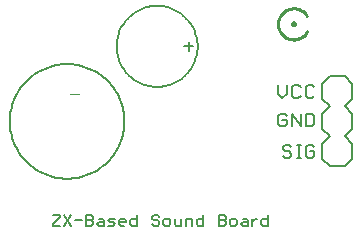
<source format=gto>
G75*
G70*
%OFA0B0*%
%FSLAX24Y24*%
%IPPOS*%
%LPD*%
%AMOC8*
5,1,8,0,0,1.08239X$1,22.5*
%
%ADD10C,0.0080*%
%ADD11C,0.0060*%
%ADD12C,0.0100*%
%ADD13C,0.0040*%
D10*
X006924Y004225D02*
X006926Y004319D01*
X006933Y004412D01*
X006945Y004505D01*
X006961Y004597D01*
X006981Y004689D01*
X007006Y004779D01*
X007036Y004868D01*
X007069Y004956D01*
X007107Y005041D01*
X007149Y005125D01*
X007196Y005206D01*
X007246Y005286D01*
X007300Y005362D01*
X007357Y005436D01*
X007419Y005507D01*
X007483Y005575D01*
X007551Y005639D01*
X007622Y005701D01*
X007696Y005758D01*
X007772Y005812D01*
X007852Y005862D01*
X007933Y005909D01*
X008017Y005951D01*
X008102Y005989D01*
X008190Y006022D01*
X008279Y006052D01*
X008369Y006077D01*
X008461Y006097D01*
X008553Y006113D01*
X008646Y006125D01*
X008739Y006132D01*
X008833Y006134D01*
X008927Y006132D01*
X009020Y006125D01*
X009113Y006113D01*
X009205Y006097D01*
X009297Y006077D01*
X009387Y006052D01*
X009476Y006022D01*
X009564Y005989D01*
X009649Y005951D01*
X009733Y005909D01*
X009814Y005862D01*
X009894Y005812D01*
X009970Y005758D01*
X010044Y005701D01*
X010115Y005639D01*
X010183Y005575D01*
X010247Y005507D01*
X010309Y005436D01*
X010366Y005362D01*
X010420Y005286D01*
X010470Y005206D01*
X010517Y005125D01*
X010559Y005041D01*
X010597Y004956D01*
X010630Y004868D01*
X010660Y004779D01*
X010685Y004689D01*
X010705Y004597D01*
X010721Y004505D01*
X010733Y004412D01*
X010740Y004319D01*
X010742Y004225D01*
X010740Y004131D01*
X010733Y004038D01*
X010721Y003945D01*
X010705Y003853D01*
X010685Y003761D01*
X010660Y003671D01*
X010630Y003582D01*
X010597Y003494D01*
X010559Y003409D01*
X010517Y003325D01*
X010470Y003244D01*
X010420Y003164D01*
X010366Y003088D01*
X010309Y003014D01*
X010247Y002943D01*
X010183Y002875D01*
X010115Y002811D01*
X010044Y002749D01*
X009970Y002692D01*
X009894Y002638D01*
X009814Y002588D01*
X009733Y002541D01*
X009649Y002499D01*
X009564Y002461D01*
X009476Y002428D01*
X009387Y002398D01*
X009297Y002373D01*
X009205Y002353D01*
X009113Y002337D01*
X009020Y002325D01*
X008927Y002318D01*
X008833Y002316D01*
X008739Y002318D01*
X008646Y002325D01*
X008553Y002337D01*
X008461Y002353D01*
X008369Y002373D01*
X008279Y002398D01*
X008190Y002428D01*
X008102Y002461D01*
X008017Y002499D01*
X007933Y002541D01*
X007852Y002588D01*
X007772Y002638D01*
X007696Y002692D01*
X007622Y002749D01*
X007551Y002811D01*
X007483Y002875D01*
X007419Y002943D01*
X007357Y003014D01*
X007300Y003088D01*
X007246Y003164D01*
X007196Y003244D01*
X007149Y003325D01*
X007107Y003409D01*
X007069Y003494D01*
X007036Y003582D01*
X007006Y003671D01*
X006981Y003761D01*
X006961Y003853D01*
X006945Y003945D01*
X006933Y004038D01*
X006926Y004131D01*
X006924Y004225D01*
X015873Y004135D02*
X015943Y004065D01*
X016084Y004065D01*
X016154Y004135D01*
X016154Y004275D01*
X016013Y004275D01*
X015873Y004415D02*
X015873Y004135D01*
X016334Y004065D02*
X016334Y004485D01*
X016614Y004065D01*
X016614Y004485D01*
X016794Y004485D02*
X017004Y004485D01*
X017074Y004415D01*
X017074Y004135D01*
X017004Y004065D01*
X016794Y004065D01*
X016794Y004485D01*
X017333Y004475D02*
X017583Y004725D01*
X017333Y004975D01*
X017333Y005475D01*
X017583Y005725D01*
X018083Y005725D01*
X018333Y005475D01*
X018333Y004975D01*
X018083Y004725D01*
X018333Y004475D01*
X018333Y003975D01*
X018083Y003725D01*
X018333Y003475D01*
X018333Y002975D01*
X018083Y002725D01*
X017583Y002725D01*
X017333Y002975D01*
X017333Y003475D01*
X017583Y003725D01*
X017333Y003975D01*
X017333Y004475D01*
X017004Y005015D02*
X016864Y005015D01*
X016794Y005085D01*
X016794Y005365D01*
X016864Y005435D01*
X017004Y005435D01*
X017074Y005365D01*
X016614Y005365D02*
X016544Y005435D01*
X016404Y005435D01*
X016334Y005365D01*
X016334Y005085D01*
X016404Y005015D01*
X016544Y005015D01*
X016614Y005085D01*
X017004Y005015D02*
X017074Y005085D01*
X016154Y005155D02*
X016154Y005435D01*
X015873Y005435D02*
X015873Y005155D01*
X016013Y005015D01*
X016154Y005155D01*
X016084Y004485D02*
X015943Y004485D01*
X015873Y004415D01*
X016084Y004485D02*
X016154Y004415D01*
X016093Y003435D02*
X016023Y003365D01*
X016023Y003295D01*
X016093Y003225D01*
X016234Y003225D01*
X016304Y003155D01*
X016304Y003085D01*
X016234Y003015D01*
X016093Y003015D01*
X016023Y003085D01*
X016484Y003015D02*
X016624Y003015D01*
X016554Y003015D02*
X016554Y003435D01*
X016484Y003435D02*
X016624Y003435D01*
X016791Y003365D02*
X016861Y003435D01*
X017001Y003435D01*
X017071Y003365D01*
X017071Y003225D02*
X016931Y003225D01*
X017071Y003225D02*
X017071Y003085D01*
X017001Y003015D01*
X016861Y003015D01*
X016791Y003085D01*
X016791Y003365D01*
X016304Y003365D02*
X016234Y003435D01*
X016093Y003435D01*
D11*
X008590Y000755D02*
X008363Y000755D01*
X008363Y000812D01*
X008590Y001039D01*
X008590Y001095D01*
X008363Y001095D01*
X008732Y001095D02*
X008959Y000755D01*
X009100Y000925D02*
X009327Y000925D01*
X009468Y000925D02*
X009638Y000925D01*
X009695Y000868D01*
X009695Y000812D01*
X009638Y000755D01*
X009468Y000755D01*
X009468Y001095D01*
X009638Y001095D01*
X009695Y001039D01*
X009695Y000982D01*
X009638Y000925D01*
X009837Y000812D02*
X009893Y000868D01*
X010063Y000868D01*
X010063Y000925D02*
X010063Y000755D01*
X009893Y000755D01*
X009837Y000812D01*
X010007Y000982D02*
X010063Y000925D01*
X010007Y000982D02*
X009893Y000982D01*
X010205Y000925D02*
X010262Y000982D01*
X010432Y000982D01*
X010375Y000868D02*
X010262Y000868D01*
X010205Y000925D01*
X010205Y000755D02*
X010375Y000755D01*
X010432Y000812D01*
X010375Y000868D01*
X010573Y000868D02*
X010800Y000868D01*
X010800Y000925D01*
X010743Y000982D01*
X010630Y000982D01*
X010573Y000925D01*
X010573Y000812D01*
X010630Y000755D01*
X010743Y000755D01*
X010942Y000812D02*
X010942Y000925D01*
X010998Y000982D01*
X011168Y000982D01*
X011168Y001095D02*
X011168Y000755D01*
X010998Y000755D01*
X010942Y000812D01*
X011678Y000812D02*
X011735Y000755D01*
X011848Y000755D01*
X011905Y000812D01*
X011905Y000868D01*
X011848Y000925D01*
X011735Y000925D01*
X011678Y000982D01*
X011678Y001039D01*
X011735Y001095D01*
X011848Y001095D01*
X011905Y001039D01*
X012046Y000925D02*
X012103Y000982D01*
X012217Y000982D01*
X012273Y000925D01*
X012273Y000812D01*
X012217Y000755D01*
X012103Y000755D01*
X012046Y000812D01*
X012046Y000925D01*
X012415Y000982D02*
X012415Y000812D01*
X012472Y000755D01*
X012642Y000755D01*
X012642Y000982D01*
X012783Y000982D02*
X012953Y000982D01*
X013010Y000925D01*
X013010Y000755D01*
X013151Y000812D02*
X013151Y000925D01*
X013208Y000982D01*
X013378Y000982D01*
X013378Y001095D02*
X013378Y000755D01*
X013208Y000755D01*
X013151Y000812D01*
X012783Y000755D02*
X012783Y000982D01*
X013888Y000925D02*
X014058Y000925D01*
X014115Y000868D01*
X014115Y000812D01*
X014058Y000755D01*
X013888Y000755D01*
X013888Y001095D01*
X014058Y001095D01*
X014115Y001039D01*
X014115Y000982D01*
X014058Y000925D01*
X014256Y000925D02*
X014256Y000812D01*
X014313Y000755D01*
X014427Y000755D01*
X014483Y000812D01*
X014483Y000925D01*
X014427Y000982D01*
X014313Y000982D01*
X014256Y000925D01*
X014625Y000812D02*
X014681Y000868D01*
X014852Y000868D01*
X014852Y000925D02*
X014852Y000755D01*
X014681Y000755D01*
X014625Y000812D01*
X014795Y000982D02*
X014852Y000925D01*
X014795Y000982D02*
X014681Y000982D01*
X014993Y000982D02*
X014993Y000755D01*
X014993Y000868D02*
X015106Y000982D01*
X015163Y000982D01*
X015300Y000925D02*
X015357Y000982D01*
X015527Y000982D01*
X015527Y001095D02*
X015527Y000755D01*
X015357Y000755D01*
X015300Y000812D01*
X015300Y000925D01*
X008959Y001095D02*
X008732Y000755D01*
X012883Y006575D02*
X012883Y006875D01*
X013033Y006725D02*
X012733Y006725D01*
X010483Y006725D02*
X010485Y006798D01*
X010491Y006871D01*
X010501Y006943D01*
X010515Y007015D01*
X010532Y007086D01*
X010554Y007156D01*
X010579Y007225D01*
X010608Y007292D01*
X010640Y007357D01*
X010676Y007421D01*
X010716Y007483D01*
X010758Y007542D01*
X010804Y007599D01*
X010853Y007653D01*
X010905Y007705D01*
X010959Y007754D01*
X011016Y007800D01*
X011075Y007842D01*
X011137Y007882D01*
X011201Y007918D01*
X011266Y007950D01*
X011333Y007979D01*
X011402Y008004D01*
X011472Y008026D01*
X011543Y008043D01*
X011615Y008057D01*
X011687Y008067D01*
X011760Y008073D01*
X011833Y008075D01*
X011906Y008073D01*
X011979Y008067D01*
X012051Y008057D01*
X012123Y008043D01*
X012194Y008026D01*
X012264Y008004D01*
X012333Y007979D01*
X012400Y007950D01*
X012465Y007918D01*
X012529Y007882D01*
X012591Y007842D01*
X012650Y007800D01*
X012707Y007754D01*
X012761Y007705D01*
X012813Y007653D01*
X012862Y007599D01*
X012908Y007542D01*
X012950Y007483D01*
X012990Y007421D01*
X013026Y007357D01*
X013058Y007292D01*
X013087Y007225D01*
X013112Y007156D01*
X013134Y007086D01*
X013151Y007015D01*
X013165Y006943D01*
X013175Y006871D01*
X013181Y006798D01*
X013183Y006725D01*
X013181Y006652D01*
X013175Y006579D01*
X013165Y006507D01*
X013151Y006435D01*
X013134Y006364D01*
X013112Y006294D01*
X013087Y006225D01*
X013058Y006158D01*
X013026Y006093D01*
X012990Y006029D01*
X012950Y005967D01*
X012908Y005908D01*
X012862Y005851D01*
X012813Y005797D01*
X012761Y005745D01*
X012707Y005696D01*
X012650Y005650D01*
X012591Y005608D01*
X012529Y005568D01*
X012465Y005532D01*
X012400Y005500D01*
X012333Y005471D01*
X012264Y005446D01*
X012194Y005424D01*
X012123Y005407D01*
X012051Y005393D01*
X011979Y005383D01*
X011906Y005377D01*
X011833Y005375D01*
X011760Y005377D01*
X011687Y005383D01*
X011615Y005393D01*
X011543Y005407D01*
X011472Y005424D01*
X011402Y005446D01*
X011333Y005471D01*
X011266Y005500D01*
X011201Y005532D01*
X011137Y005568D01*
X011075Y005608D01*
X011016Y005650D01*
X010959Y005696D01*
X010905Y005745D01*
X010853Y005797D01*
X010804Y005851D01*
X010758Y005908D01*
X010716Y005967D01*
X010676Y006029D01*
X010640Y006093D01*
X010608Y006158D01*
X010579Y006225D01*
X010554Y006294D01*
X010532Y006364D01*
X010515Y006435D01*
X010501Y006507D01*
X010491Y006579D01*
X010485Y006652D01*
X010483Y006725D01*
D12*
X016834Y007225D02*
X016810Y007186D01*
X016784Y007150D01*
X016754Y007116D01*
X016722Y007085D01*
X016687Y007057D01*
X016650Y007032D01*
X016610Y007010D01*
X016569Y006992D01*
X016527Y006978D01*
X016483Y006967D01*
X016439Y006959D01*
X016394Y006956D01*
X016349Y006957D01*
X016305Y006961D01*
X016261Y006970D01*
X016217Y006982D01*
X016175Y006998D01*
X016135Y007017D01*
X016096Y007040D01*
X016060Y007066D01*
X016026Y007095D01*
X015994Y007127D01*
X015965Y007161D01*
X015940Y007198D01*
X015918Y007237D01*
X015899Y007278D01*
X015884Y007320D01*
X015872Y007364D01*
X015864Y007408D01*
X015860Y007453D01*
X015860Y007497D01*
X015864Y007542D01*
X015872Y007586D01*
X015884Y007630D01*
X015899Y007672D01*
X015918Y007713D01*
X015940Y007752D01*
X015965Y007789D01*
X015994Y007823D01*
X016026Y007855D01*
X016060Y007884D01*
X016096Y007910D01*
X016135Y007933D01*
X016175Y007952D01*
X016217Y007968D01*
X016261Y007980D01*
X016305Y007989D01*
X016349Y007993D01*
X016394Y007994D01*
X016439Y007991D01*
X016483Y007983D01*
X016527Y007972D01*
X016569Y007958D01*
X016610Y007940D01*
X016650Y007918D01*
X016687Y007893D01*
X016722Y007865D01*
X016754Y007834D01*
X016784Y007800D01*
X016810Y007764D01*
X016834Y007725D01*
X016333Y007475D02*
X016335Y007488D01*
X016340Y007501D01*
X016349Y007512D01*
X016360Y007519D01*
X016373Y007524D01*
X016386Y007525D01*
X016400Y007522D01*
X016412Y007516D01*
X016422Y007507D01*
X016429Y007495D01*
X016433Y007482D01*
X016433Y007468D01*
X016429Y007455D01*
X016422Y007443D01*
X016412Y007434D01*
X016400Y007428D01*
X016386Y007425D01*
X016373Y007426D01*
X016360Y007431D01*
X016349Y007438D01*
X016340Y007449D01*
X016335Y007462D01*
X016333Y007475D01*
D13*
X009246Y005129D02*
X008939Y005129D01*
M02*

</source>
